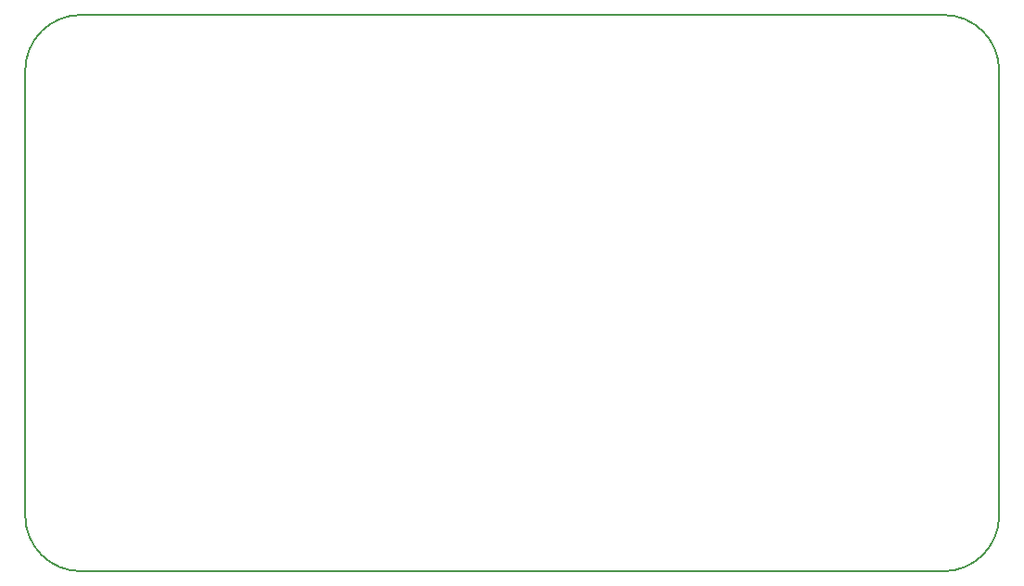
<source format=gbr>
G04 #@! TF.GenerationSoftware,KiCad,Pcbnew,(5.0.2)-1*
G04 #@! TF.CreationDate,2019-07-27T15:32:46-05:00*
G04 #@! TF.ProjectId,BusinessCards,42757369-6e65-4737-9343-617264732e6b,rev?*
G04 #@! TF.SameCoordinates,Original*
G04 #@! TF.FileFunction,Profile,NP*
%FSLAX46Y46*%
G04 Gerber Fmt 4.6, Leading zero omitted, Abs format (unit mm)*
G04 Created by KiCad (PCBNEW (5.0.2)-1) date 7/27/2019 3:32:46 PM*
%MOMM*%
%LPD*%
G01*
G04 APERTURE LIST*
%ADD10C,0.150000*%
G04 APERTURE END LIST*
D10*
X185420000Y-101600000D02*
X106680000Y-101600000D01*
X185420000Y-50800000D02*
X106680000Y-50800000D01*
X101600000Y-55880000D02*
G75*
G02X106680000Y-50800000I5080000J0D01*
G01*
X106680000Y-101600000D02*
G75*
G02X101600000Y-96520000I0J5080000D01*
G01*
X190500000Y-96520000D02*
G75*
G02X185420000Y-101600000I-5080000J0D01*
G01*
X185420000Y-50800000D02*
G75*
G02X190500000Y-55880000I0J-5080000D01*
G01*
X101600000Y-96520000D02*
X101600000Y-55880000D01*
X190500000Y-55880000D02*
X190500000Y-96520000D01*
M02*

</source>
